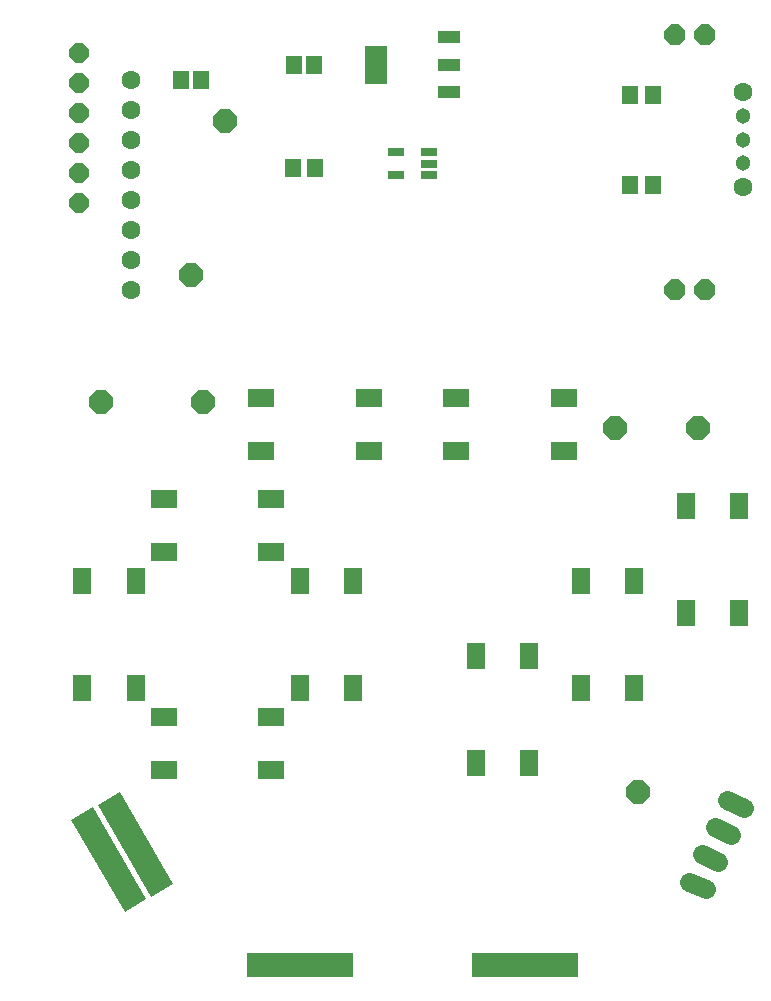
<source format=gbr>
G04 EAGLE Gerber X2 export*
G75*
%MOMM*%
%FSLAX34Y34*%
%LPD*%
%AMOC8*
5,1,8,0,0,1.08239X$1,22.5*%
G01*
%ADD10R,8.991600X2.133600*%
%ADD11R,2.201600X1.501600*%
%ADD12R,1.501600X2.201600*%
%ADD13R,1.422400X0.660400*%
%ADD14R,1.401600X1.601600*%
%ADD15P,1.924489X8X202.500000*%
%ADD16C,1.601600*%
%ADD17C,1.301600*%
%ADD18R,1.951600X1.001600*%
%ADD19R,1.951600X3.301600*%
%ADD20P,2.199416X8X22.500000*%
%ADD21P,2.199416X8X202.500000*%
%ADD22C,1.625600*%
%ADD23P,1.759533X8X22.500000*%


D10*
X-95250Y-533400D03*
X95250Y-533400D03*
G36*
X-221710Y-476068D02*
X-266667Y-398200D01*
X-248190Y-387532D01*
X-203233Y-465400D01*
X-221710Y-476068D01*
G37*
G36*
X-243935Y-488768D02*
X-288892Y-410900D01*
X-270415Y-400232D01*
X-225458Y-478100D01*
X-243935Y-488768D01*
G37*
D11*
X-210600Y-184425D03*
X-210600Y-139425D03*
X-119600Y-139425D03*
X-119600Y-184425D03*
X-119600Y-323575D03*
X-119600Y-368575D03*
X-210600Y-368575D03*
X-210600Y-323575D03*
D12*
X-234675Y-299500D03*
X-279675Y-299500D03*
X-279675Y-208500D03*
X-234675Y-208500D03*
X-50525Y-299500D03*
X-95525Y-299500D03*
X-95525Y-208500D03*
X-50525Y-208500D03*
X98700Y-363000D03*
X53700Y-363000D03*
X53700Y-272000D03*
X98700Y-272000D03*
X187600Y-299500D03*
X142600Y-299500D03*
X142600Y-208500D03*
X187600Y-208500D03*
X276500Y-236000D03*
X231500Y-236000D03*
X231500Y-145000D03*
X276500Y-145000D03*
D11*
X-128050Y-98700D03*
X-128050Y-53700D03*
X-37050Y-53700D03*
X-37050Y-98700D03*
X37050Y-98700D03*
X37050Y-53700D03*
X128050Y-53700D03*
X128050Y-98700D03*
D13*
X13716Y135382D03*
X13716Y144780D03*
X13716Y154178D03*
X-13716Y154178D03*
X-13716Y135382D03*
D14*
X-101575Y140970D03*
X-82575Y140970D03*
X203175Y127000D03*
X184175Y127000D03*
D15*
X247650Y38100D03*
X222250Y38100D03*
X247650Y254000D03*
X222250Y254000D03*
D16*
X279400Y125100D03*
X279400Y205100D03*
D17*
X279400Y145100D03*
X279400Y165100D03*
X279400Y185100D03*
D18*
X31000Y205600D03*
X31000Y228600D03*
X31000Y251600D03*
D19*
X-31000Y228600D03*
D14*
X203175Y203200D03*
X184175Y203200D03*
D20*
X171450Y-79375D03*
D21*
X241300Y-79375D03*
D16*
X-238200Y215900D03*
X-238200Y190500D03*
X-238200Y165100D03*
X-238200Y139700D03*
X-238200Y114300D03*
X-238200Y88900D03*
X-238200Y63500D03*
X-238200Y38100D03*
D14*
X-195825Y215900D03*
X-178825Y215900D03*
X-83575Y228600D03*
X-100575Y228600D03*
D20*
X-177800Y-57150D03*
X190500Y-387350D03*
D22*
X234167Y-463110D02*
X247979Y-469551D01*
X258714Y-446530D02*
X244902Y-440090D01*
X255636Y-417070D02*
X269448Y-423510D01*
X280183Y-400490D02*
X266371Y-394049D01*
D23*
X-282575Y238125D03*
X-282575Y212725D03*
X-282575Y187325D03*
X-282575Y161925D03*
X-282575Y136525D03*
X-282575Y111125D03*
D20*
X-263525Y-57150D03*
X-158750Y180975D03*
D21*
X-187325Y50800D03*
M02*

</source>
